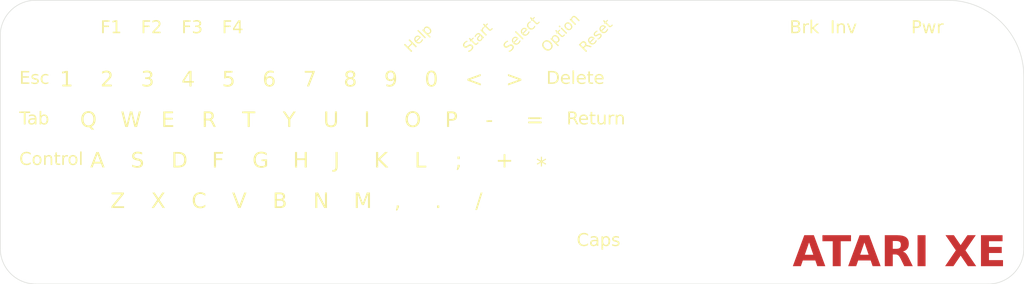
<source format=kicad_pcb>
(kicad_pcb (version 20241229) (generator "pcbnew") (generator_version "9.0")
  (layers (0 "F.Cu" signal) (2 "B.Cu" signal) (13 "F.Paste" user) (15 "B.Paste" user) (5 "F.SilkS" user "F.Silkscreen") (7 "B.SilkS" user "B.Silkscreen") (1 "F.Mask" user) (3 "B.Mask" user) (25 "Edge.Cuts" user))
  (net 0 "")
  (footprint "MountingHole:MountingHole_3mm" (layer "F.Cu") (at 56.724998 52.724999)
    (property "Reference" "REF**" (hide yes))
    (property "Value" "MountingHole_3mm" (hide yes))
    (pad "" np_thru_hole circle (at 0 0) (size 3 3) (drill 3) (layers "*.Cu" "*.Mask"))
  )
  (footprint "MountingHole:MountingHole_3mm" (layer "F.Cu") (at 145.724998 52.724999)
    (property "Reference" "REF**" (hide yes))
    (property "Value" "MountingHole_3mm" (hide yes))
    (pad "" np_thru_hole circle (at 0 0) (size 3 3) (drill 3) (layers "*.Cu" "*.Mask"))
  )
  (footprint "MountingHole:MountingHole_3mm" (layer "F.Cu") (at 113.724998 69.724999)
    (property "Reference" "REF**" (hide yes))
    (property "Value" "MountingHole_3mm" (hide yes))
    (pad "" np_thru_hole circle (at 0 0) (size 3 3) (drill 3) (layers "*.Cu" "*.Mask"))
  )
  (gr_arc (start 49.223525 52.728029) (mid 50.247579 50.251196) (end 52.723525 49.224998) (stroke (width 0.05)) (layer "Edge.Cuts"))
  (gr_arc (start 150.226195 73.721601) (mid 149.201141 76.196898) (end 146.726195 77.222798) (stroke (width 0.05)) (layer "Edge.Cuts"))
  (gr_line (start 150.226195 73.721601) (end 150.226195 56.728029) (stroke (width 0.05) (color 241 243 245 1)) (layer "Edge.Cuts"))
  (gr_line (start 142.726195 49.22803) (end 52.723525 49.22803) (stroke (width 0.05) (color 241 243 245 1)) (layer "Edge.Cuts"))
  (gr_line (start 49.223525 52.728029) (end 49.223525 73.721601) (stroke (width 0.05) (color 241 243 245 1)) (layer "Edge.Cuts"))
  (gr_arc (start 52.723525 77.221601) (mid 50.249854 76.196269) (end 49.226925 73.721604) (stroke (width 0.05)) (layer "Edge.Cuts"))
  (gr_arc (start 142.726195 49.22803) (mid 148.027649 51.425335) (end 150.221966 56.728027) (stroke (width 0.05)) (layer "Edge.Cuts"))
  (gr_line (start 52.723525 77.221601) (end 146.726195 77.221601) (stroke (width 0.05) (color 241 243 245 1)) (layer "Edge.Cuts"))
  (gr_text "ATARI XE" (at 148.474998 75.974999 0) (layer "F.Cu") (effects (font (size 3 3) (thickness 0.3) (bold yes)) (justify right bottom)))
  (gr_text "Start" (at 94.724998 53.724999 45) (layer "F.SilkS") (effects (font (size 1 1)) (justify left top)))
  (gr_text "F4" (at 71.099998 51.224999 0) (layer "F.SilkS") (effects (font (size 1.25 1.25)) (justify left top)))
  (gr_text "3" (at 63.099998 56.224999 0) (layer "F.SilkS") (effects (font (size 1.5 1.5)) (justify left top)))
  (gr_text "," (at 88.099998 68.224999 0) (layer "F.SilkS") (effects (font (size 1.5 1.5)) (justify left top)))
  (gr_text "-" (at 97.099998 60.224999 0) (layer "F.SilkS") (effects (font (size 1.5 1.5)) (justify left top)))
  (gr_text "G" (at 74.099998 64.224999 0) (layer "F.SilkS") (effects (font (size 1.5 1.5)) (justify left top)))
  (gr_text "I" (at 85.099998 60.224999 0) (layer "F.SilkS") (effects (font (size 1.5 1.5)) (justify left top)))
  (gr_text "Help" (at 88.974998 53.724999 45) (layer "F.SilkS") (effects (font (size 1 1)) (justify left top)))
  (gr_text "/" (at 96.099998 68.224999 0) (layer "F.SilkS") (effects (font (size 1.5 1.5)) (justify left top)))
  (gr_text "Delete" (at 103.099998 56.224999 0) (layer "F.SilkS") (effects (font (size 1.25 1.25)) (justify left top)))
  (gr_text ";" (at 94.099998 64.224999 0) (layer "F.SilkS") (effects (font (size 1.5 1.5)) (justify left top)))
  (gr_text "Brk" (at 127.099998 51.224999 0) (layer "F.SilkS") (effects (font (size 1.25 1.25)) (justify left top)))
  (gr_text "Esc" (at 51.099998 56.224999 0) (layer "F.SilkS") (effects (font (size 1.25 1.25)) (justify left top)))
  (gr_text "Control" (at 51.099998 64.224999 0) (layer "F.SilkS") (effects (font (size 1.25 1.25)) (justify left top)))
  (gr_text "X" (at 64.099998 68.224999 0) (layer "F.SilkS") (effects (font (size 1.5 1.5)) (justify left top)))
  (gr_text "Reset" (at 106.224998 53.724999 45) (layer "F.SilkS") (effects (font (size 1 1)) (justify left top)))
  (gr_text "1" (at 55.099998 56.224999 0) (layer "F.SilkS") (effects (font (size 1.5 1.5)) (justify left top)))
  (gr_text "Q" (at 57.099998 60.224999 0) (layer "F.SilkS") (effects (font (size 1.5 1.5)) (justify left top)))
  (gr_text "Caps" (at 106.099998 72.224999 0) (layer "F.SilkS") (effects (font (size 1.25 1.25)) (justify left top)))
  (gr_text ">" (at 99.099998 56.224999 0) (layer "F.SilkS") (effects (font (size 1.5 1.5)) (justify left top)))
  (gr_text "Option" (at 102.474998 53.724999 45) (layer "F.SilkS") (effects (font (size 1 1)) (justify left top)))
  (gr_text "U" (at 81.099998 60.224999 0) (layer "F.SilkS") (effects (font (size 1.5 1.5)) (justify left top)))
  (gr_text "8" (at 83.099998 56.224999 0) (layer "F.SilkS") (effects (font (size 1.5 1.5)) (justify left top)))
  (gr_text "M" (at 84.099998 68.224999 0) (layer "F.SilkS") (effects (font (size 1.5 1.5)) (justify left top)))
  (gr_text "Z" (at 60.099998 68.224999 0) (layer "F.SilkS") (effects (font (size 1.5 1.5)) (justify left top)))
  (gr_text "." (at 92.099998 68.224999 0) (layer "F.SilkS") (effects (font (size 1.5 1.5)) (justify left top)))
  (gr_text "K" (at 86.099998 64.224999 0) (layer "F.SilkS") (effects (font (size 1.5 1.5)) (justify left top)))
  (gr_text "Tab" (at 51.099998 60.224999 0) (layer "F.SilkS") (effects (font (size 1.25 1.25)) (justify left top)))
  (gr_text "Return" (at 105.099998 60.224999 0) (layer "F.SilkS") (effects (font (size 1.25 1.25)) (justify left top)))
  (gr_text "5" (at 71.099998 56.224999 0) (layer "F.SilkS") (effects (font (size 1.5 1.5)) (justify left top)))
  (gr_text "Y" (at 77.099998 60.224999 0) (layer "F.SilkS") (effects (font (size 1.5 1.5)) (justify left top)))
  (gr_text "F3" (at 67.099998 51.224999 0) (layer "F.SilkS") (effects (font (size 1.25 1.25)) (justify left top)))
  (gr_text "9" (at 87.099998 56.224999 0) (layer "F.SilkS") (effects (font (size 1.5 1.5)) (justify left top)))
  (gr_text "F2" (at 63.099998 51.224999 0) (layer "F.SilkS") (effects (font (size 1.25 1.25)) (justify left top)))
  (gr_text "Pwr" (at 139.099998 51.224999 0) (layer "F.SilkS") (effects (font (size 1.25 1.25)) (justify left top)))
  (gr_text "R" (at 69.099998 60.224999 0) (layer "F.SilkS") (effects (font (size 1.5 1.5)) (justify left top)))
  (gr_text "4" (at 67.099998 56.224999 0) (layer "F.SilkS") (effects (font (size 1.5 1.5)) (justify left top)))
  (gr_text "H" (at 78.099998 64.224999 0) (layer "F.SilkS") (effects (font (size 1.5 1.5)) (justify left top)))
  (gr_text "7" (at 79.099998 56.224999 0) (layer "F.SilkS") (effects (font (size 1.5 1.5)) (justify left top)))
  (gr_text "W" (at 61.099998 60.224999 0) (layer "F.SilkS") (effects (font (size 1.5 1.5)) (justify left top)))
  (gr_text "0" (at 91.099998 56.224999 0) (layer "F.SilkS") (effects (font (size 1.5 1.5)) (justify left top)))
  (gr_text "2" (at 59.099998 56.224999 0) (layer "F.SilkS") (effects (font (size 1.5 1.5)) (justify left top)))
  (gr_text "S" (at 62.099998 64.224999 0) (layer "F.SilkS") (effects (font (size 1.5 1.5)) (justify left top)))
  (gr_text "O" (at 89.099998 60.224999 0) (layer "F.SilkS") (effects (font (size 1.5 1.5)) (justify left top)))
  (gr_text "F" (at 70.099998 64.224999 0) (layer "F.SilkS") (effects (font (size 1.5 1.5)) (justify left top)))
  (gr_text "6" (at 75.099998 56.224999 0) (layer "F.SilkS") (effects (font (size 1.5 1.5)) (justify left top)))
  (gr_text "+" (at 98.099998 64.224999 0) (layer "F.SilkS") (effects (font (size 1.5 1.5)) (justify left top)))
  (gr_text "V" (at 72.099998 68.224999 0) (layer "F.SilkS") (effects (font (size 1.5 1.5)) (justify left top)))
  (gr_text "Inv" (at 131.099998 51.224999 0) (layer "F.SilkS") (effects (font (size 1.25 1.25)) (justify left top)))
  (gr_text "*" (at 102.099998 64.724999 0) (layer "F.SilkS") (effects (font (size 1.5 1.5)) (justify left top)))
  (gr_text "Select" (at 98.724998 53.724999 45) (layer "F.SilkS") (effects (font (size 1 1)) (justify left top)))
  (gr_text "T" (at 73.099998 60.224999 0) (layer "F.SilkS") (effects (font (size 1.5 1.5)) (justify left top)))
  (gr_text "D" (at 66.099998 64.224999 0) (layer "F.SilkS") (effects (font (size 1.5 1.5)) (justify left top)))
  (gr_text "J" (at 82.099998 64.224999 0) (layer "F.SilkS") (effects (font (size 1.5 1.5)) (justify left top)))
  (gr_text "F1" (at 59.099998 51.224999 0) (layer "F.SilkS") (effects (font (size 1.25 1.25)) (justify left top)))
  (gr_text "P" (at 93.099998 60.224999 0) (layer "F.SilkS") (effects (font (size 1.5 1.5)) (justify left top)))
  (gr_text "E" (at 65.099998 60.224999 0) (layer "F.SilkS") (effects (font (size 1.5 1.5)) (justify left top)))
  (gr_text "A" (at 58.099998 64.224999 0) (layer "F.SilkS") (effects (font (size 1.5 1.5)) (justify left top)))
  (gr_text "L" (at 90.099998 64.224999 0) (layer "F.SilkS") (effects (font (size 1.5 1.5)) (justify left top)))
  (gr_text "C" (at 68.099998 68.224999 0) (layer "F.SilkS") (effects (font (size 1.5 1.5)) (justify left top)))
  (gr_text "=" (at 101.099998 60.224999 0) (layer "F.SilkS") (effects (font (size 1.5 1.5)) (justify left top)))
  (gr_text "B" (at 76.099998 68.224999 0) (layer "F.SilkS") (effects (font (size 1.5 1.5)) (justify left top)))
  (gr_text "<" (at 95.099998 56.224999 0) (layer "F.SilkS") (effects (font (size 1.5 1.5)) (justify left top)))
  (gr_text "N" (at 80.099998 68.224999 0) (layer "F.SilkS") (effects (font (size 1.5 1.5)) (justify left top)))
)
</source>
